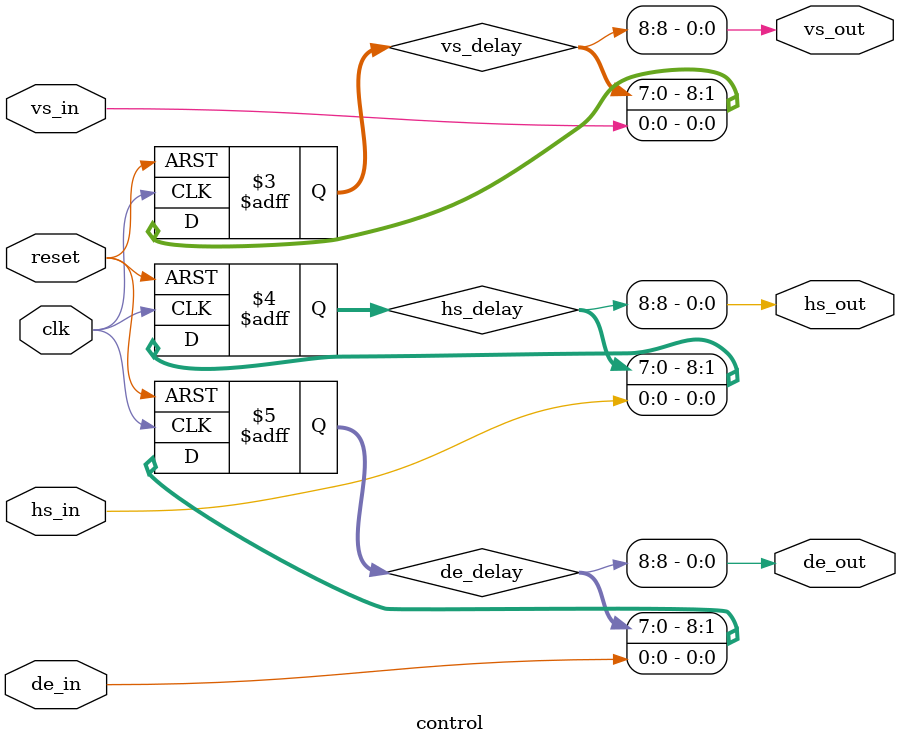
<source format=sv>
module control #(
    parameter delay = 9  // Removed 'int' as it might not be fully supported
)(
    input  wire clk,     // Changed 'logic' to 'wire' for inputs
    input  wire reset,
    input  wire vs_in,
    input  wire hs_in,
    input  wire de_in,
    output reg vs_out,   // Changed 'logic' to 'reg' for outputs
    output reg hs_out,
    output reg de_out
);
    reg [delay-1:0] vs_delay;
    reg [delay-1:0] hs_delay;
    reg [delay-1:0] de_delay;

    always @(posedge clk or posedge reset) begin  // Changed always_ff to always
        if (reset) begin
            vs_delay <= {delay{1'b0}};  // Changed '0 to explicit zeros
            hs_delay <= {delay{1'b0}};
            de_delay <= {delay{1'b0}};
        end else begin
            vs_delay <= {vs_delay[delay-2:0], vs_in};
            hs_delay <= {hs_delay[delay-2:0], hs_in};
            de_delay <= {de_delay[delay-2:0], de_in};
        end
    end

    always @(*) begin  // Continuous assignment replaced with combinational always block
        vs_out = vs_delay[delay-1];
        hs_out = hs_delay[delay-1];
        de_out = de_delay[delay-1];
    end
endmodule
</source>
